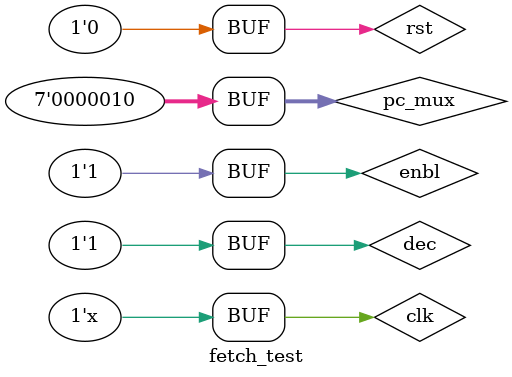
<source format=v>
`timescale 1ns / 1ps


module fetch_test;

	// Entradas
	reg clk;
	reg dec;
	reg rst;
	reg enbl;
	reg [6:0] pc_mux;

	// Salidas
	wire [6:0] pc_out;
	wire [31:0] DR;

	// Instancia del modulo fetch
	fetch_stage uut (
		.clk(clk), 
		.rst(rst),
		.enbl(enbl),
		.dec(dec), 
		.pc_mux(pc_mux), // 0
		.pc_out(pc_out), // 1	
		.DR(DR)
	);
	
	always #50
		clk = ~clk;

	initial begin
		// Inicializacion de entradas
		clk = 0;
		dec = 1;
		pc_mux = 0;
		rst = 1;
		enbl = 0;
		
		#100;
		//dec=0;
		rst = 0;
		enbl = 1;
		pc_mux=1;
		
		#100
		//	dec=1;
		
		#100;
		pc_mux=2;


	end
      
endmodule


</source>
